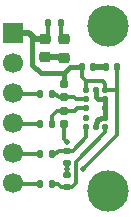
<source format=gbr>
%TF.GenerationSoftware,KiCad,Pcbnew,9.0.4*%
%TF.CreationDate,2025-09-17T09:18:14+02:00*%
%TF.ProjectId,vl53l0_breakout,766c3533-6c30-45f6-9272-65616b6f7574,rev?*%
%TF.SameCoordinates,Original*%
%TF.FileFunction,Copper,L1,Top*%
%TF.FilePolarity,Positive*%
%FSLAX46Y46*%
G04 Gerber Fmt 4.6, Leading zero omitted, Abs format (unit mm)*
G04 Created by KiCad (PCBNEW 9.0.4) date 2025-09-17 09:18:14*
%MOMM*%
%LPD*%
G01*
G04 APERTURE LIST*
G04 Aperture macros list*
%AMRoundRect*
0 Rectangle with rounded corners*
0 $1 Rounding radius*
0 $2 $3 $4 $5 $6 $7 $8 $9 X,Y pos of 4 corners*
0 Add a 4 corners polygon primitive as box body*
4,1,4,$2,$3,$4,$5,$6,$7,$8,$9,$2,$3,0*
0 Add four circle primitives for the rounded corners*
1,1,$1+$1,$2,$3*
1,1,$1+$1,$4,$5*
1,1,$1+$1,$6,$7*
1,1,$1+$1,$8,$9*
0 Add four rect primitives between the rounded corners*
20,1,$1+$1,$2,$3,$4,$5,0*
20,1,$1+$1,$4,$5,$6,$7,0*
20,1,$1+$1,$6,$7,$8,$9,0*
20,1,$1+$1,$8,$9,$2,$3,0*%
G04 Aperture macros list end*
%TA.AperFunction,SMDPad,CuDef*%
%ADD10RoundRect,0.140000X0.140000X0.170000X-0.140000X0.170000X-0.140000X-0.170000X0.140000X-0.170000X0*%
%TD*%
%TA.AperFunction,SMDPad,CuDef*%
%ADD11RoundRect,0.135000X-0.135000X-0.185000X0.135000X-0.185000X0.135000X0.185000X-0.135000X0.185000X0*%
%TD*%
%TA.AperFunction,ComponentPad*%
%ADD12R,1.700000X1.700000*%
%TD*%
%TA.AperFunction,ComponentPad*%
%ADD13C,1.700000*%
%TD*%
%TA.AperFunction,ComponentPad*%
%ADD14C,3.500000*%
%TD*%
%TA.AperFunction,SMDPad,CuDef*%
%ADD15RoundRect,0.155000X0.155000X-0.212500X0.155000X0.212500X-0.155000X0.212500X-0.155000X-0.212500X0*%
%TD*%
%TA.AperFunction,SMDPad,CuDef*%
%ADD16RoundRect,0.140000X-0.140000X-0.170000X0.140000X-0.170000X0.140000X0.170000X-0.140000X0.170000X0*%
%TD*%
%TA.AperFunction,SMDPad,CuDef*%
%ADD17RoundRect,0.218750X0.256250X-0.218750X0.256250X0.218750X-0.256250X0.218750X-0.256250X-0.218750X0*%
%TD*%
%TA.AperFunction,SMDPad,CuDef*%
%ADD18RoundRect,0.135000X0.185000X-0.135000X0.185000X0.135000X-0.185000X0.135000X-0.185000X-0.135000X0*%
%TD*%
%TA.AperFunction,SMDPad,CuDef*%
%ADD19RoundRect,0.135000X-0.185000X0.135000X-0.185000X-0.135000X0.185000X-0.135000X0.185000X0.135000X0*%
%TD*%
%TA.AperFunction,SMDPad,CuDef*%
%ADD20RoundRect,0.155000X-0.155000X0.212500X-0.155000X-0.212500X0.155000X-0.212500X0.155000X0.212500X0*%
%TD*%
%TA.AperFunction,SMDPad,CuDef*%
%ADD21RoundRect,0.225000X-0.250000X0.225000X-0.250000X-0.225000X0.250000X-0.225000X0.250000X0.225000X0*%
%TD*%
%TA.AperFunction,SMDPad,CuDef*%
%ADD22RoundRect,0.062500X-0.062500X0.127500X-0.062500X-0.127500X0.062500X-0.127500X0.062500X0.127500X0*%
%TD*%
%TA.AperFunction,SMDPad,CuDef*%
%ADD23RoundRect,0.125000X-0.125000X0.125000X-0.125000X-0.125000X0.125000X-0.125000X0.125000X0.125000X0*%
%TD*%
%TA.AperFunction,ViaPad*%
%ADD24C,0.500000*%
%TD*%
%TA.AperFunction,Conductor*%
%ADD25C,0.300000*%
%TD*%
%TA.AperFunction,Conductor*%
%ADD26C,0.500000*%
%TD*%
%TA.AperFunction,Conductor*%
%ADD27C,0.400000*%
%TD*%
G04 APERTURE END LIST*
D10*
%TO.P,C2,1*%
%TO.N,+3.3V*%
X151780000Y-70500000D03*
%TO.P,C2,2*%
%TO.N,GND*%
X150820000Y-70500000D03*
%TD*%
D11*
%TO.P,R5,1*%
%TO.N,/GPIO1*%
X145238000Y-77818000D03*
%TO.P,R5,2*%
%TO.N,/TOF_GPIO1*%
X146258000Y-77818000D03*
%TD*%
D12*
%TO.P,J1,1,Pin_1*%
%TO.N,+3.3V*%
X143000000Y-67650000D03*
D13*
%TO.P,J1,2,Pin_2*%
%TO.N,GND*%
X143000000Y-70190000D03*
%TO.P,J1,3,Pin_3*%
%TO.N,/I2C_SCL*%
X143000000Y-72730000D03*
%TO.P,J1,4,Pin_4*%
%TO.N,/I2C_SDA*%
X143000000Y-75270000D03*
%TO.P,J1,5,Pin_5*%
%TO.N,/GPIO1*%
X143000000Y-77810000D03*
%TO.P,J1,6,Pin_6*%
%TO.N,/XSHUT*%
X143000000Y-80350000D03*
%TD*%
D11*
%TO.P,R3,1*%
%TO.N,/I2C_SCL*%
X145238000Y-72738000D03*
%TO.P,R3,2*%
%TO.N,/TOF_I2C_SCL*%
X146258000Y-72738000D03*
%TD*%
D14*
%TO.P,H1,1,1*%
%TO.N,GND*%
X151000000Y-67000000D03*
%TD*%
D11*
%TO.P,R2,1*%
%TO.N,+3.3V*%
X145990000Y-66800000D03*
%TO.P,R2,2*%
%TO.N,/LEDK*%
X147010000Y-66800000D03*
%TD*%
D15*
%TO.P,R9,1*%
%TO.N,+3.3V*%
X147272000Y-75337500D03*
%TO.P,R9,2*%
%TO.N,/TOF_I2C_SDA*%
X147272000Y-74202500D03*
%TD*%
D11*
%TO.P,R4,1*%
%TO.N,/I2C_SDA*%
X145238000Y-75278000D03*
%TO.P,R4,2*%
%TO.N,/TOF_I2C_SDA*%
X146258000Y-75278000D03*
%TD*%
D14*
%TO.P,H2,1,1*%
%TO.N,GND*%
X151000000Y-81000000D03*
%TD*%
D16*
%TO.P,C1,1*%
%TO.N,+3.3V*%
X148820000Y-70500000D03*
%TO.P,C1,2*%
%TO.N,GND*%
X149780000Y-70500000D03*
%TD*%
D17*
%TO.P,D2,1,K*%
%TO.N,GND*%
X147300000Y-69687500D03*
%TO.P,D2,2,A*%
%TO.N,/LEDK*%
X147300000Y-68112500D03*
%TD*%
D18*
%TO.P,R1,1*%
%TO.N,+3.3V*%
X147526000Y-78582000D03*
%TO.P,R1,2*%
%TO.N,/TOF_GPIO1*%
X147526000Y-77562000D03*
%TD*%
D19*
%TO.P,R7,1*%
%TO.N,+3.3V*%
X147526000Y-79594000D03*
%TO.P,R7,2*%
%TO.N,/TOF_XSHUT*%
X147526000Y-80614000D03*
%TD*%
D20*
%TO.P,R8,1*%
%TO.N,+3.3V*%
X147272000Y-71916500D03*
%TO.P,R8,2*%
%TO.N,/TOF_I2C_SCL*%
X147272000Y-73051500D03*
%TD*%
D11*
%TO.P,R6,1*%
%TO.N,/XSHUT*%
X145238000Y-80358000D03*
%TO.P,R6,2*%
%TO.N,/TOF_XSHUT*%
X146258000Y-80358000D03*
%TD*%
D21*
%TO.P,C3,1*%
%TO.N,+3.3V*%
X145700000Y-68125000D03*
%TO.P,C3,2*%
%TO.N,GND*%
X145700000Y-69675000D03*
%TD*%
D22*
%TO.P,U1,1,AVDDVCSEL*%
%TO.N,+3.3V*%
X150675000Y-72260000D03*
D23*
X150800000Y-72400000D03*
%TO.P,U1,2,AVSSVCSEL*%
%TO.N,GND*%
X150800000Y-73200000D03*
%TO.P,U1,3,GND*%
X150800000Y-74000000D03*
%TO.P,U1,4,GND*%
X150800000Y-74800000D03*
%TO.P,U1,5,XSHUT*%
%TO.N,/TOF_XSHUT*%
X150800000Y-75600000D03*
%TO.P,U1,6,GND*%
%TO.N,GND*%
X150000000Y-75600000D03*
%TO.P,U1,7,GPIO1*%
%TO.N,/TOF_GPIO1*%
X149200000Y-75600000D03*
%TO.P,U1,8,DNC*%
%TO.N,unconnected-(U1-DNC-Pad8)*%
X149200000Y-74800000D03*
%TO.P,U1,9,SDA*%
%TO.N,/TOF_I2C_SDA*%
X149200000Y-74000000D03*
%TO.P,U1,10,SCL*%
%TO.N,/TOF_I2C_SCL*%
X149200000Y-73200000D03*
%TO.P,U1,11,AVDD*%
%TO.N,+3.3V*%
X149200000Y-72400000D03*
%TO.P,U1,12,GND*%
%TO.N,GND*%
X150000000Y-72400000D03*
%TD*%
D24*
%TO.N,GND*%
X146500000Y-69675000D03*
X150100000Y-73100000D03*
X150300000Y-70500000D03*
X150200000Y-75000000D03*
%TO.N,+3.3V*%
X148900000Y-79100000D03*
X147530829Y-76842000D03*
X147526000Y-79100000D03*
%TD*%
D25*
%TO.N,/I2C_SCL*%
X145238000Y-72738000D02*
X143008000Y-72738000D01*
X143008000Y-72738000D02*
X143000000Y-72730000D01*
%TO.N,/XSHUT*%
X145238000Y-80358000D02*
X143008000Y-80358000D01*
X143008000Y-80358000D02*
X143000000Y-80350000D01*
D26*
%TO.N,GND*%
X147287500Y-69675000D02*
X147300000Y-69687500D01*
D27*
X150000000Y-73000000D02*
X150000000Y-72400000D01*
X150800000Y-73200000D02*
X150800000Y-74800000D01*
X150200000Y-73200000D02*
X150100000Y-73100000D01*
D26*
X149780000Y-70500000D02*
X150820000Y-70500000D01*
D27*
X150200000Y-75000000D02*
X150000000Y-75200000D01*
X150100000Y-73100000D02*
X150000000Y-73000000D01*
X150400000Y-74800000D02*
X150200000Y-75000000D01*
X150800000Y-74800000D02*
X150400000Y-74800000D01*
D26*
X145700000Y-69675000D02*
X147287500Y-69675000D01*
D27*
X150000000Y-75200000D02*
X150000000Y-75600000D01*
X150800000Y-73200000D02*
X150200000Y-73200000D01*
D25*
%TO.N,/GPIO1*%
X143008000Y-77818000D02*
X143000000Y-77810000D01*
X145238000Y-77818000D02*
X143008000Y-77818000D01*
D27*
%TO.N,+3.3V*%
X147800000Y-70500000D02*
X148820000Y-70500000D01*
D25*
X148820000Y-71300000D02*
X149200000Y-71680000D01*
X145990000Y-66800000D02*
X145990000Y-67835000D01*
X147300000Y-75365500D02*
X147272000Y-75337500D01*
D27*
X144600000Y-67900000D02*
X144600000Y-70300000D01*
D25*
X151780000Y-72500000D02*
X151780000Y-70700000D01*
X147526000Y-79100000D02*
X147526000Y-79594000D01*
X150800000Y-72400000D02*
X151680000Y-72400000D01*
X147530829Y-76842000D02*
X147300000Y-76611171D01*
X145990000Y-67835000D02*
X145700000Y-68125000D01*
D26*
X144350000Y-67650000D02*
X143000000Y-67650000D01*
D27*
X147272000Y-71028000D02*
X147800000Y-70500000D01*
D25*
X149200000Y-71680000D02*
X149200000Y-72400000D01*
X147526000Y-78582000D02*
X147526000Y-79100000D01*
D27*
X145328000Y-71028000D02*
X147272000Y-71028000D01*
D25*
X151680000Y-72400000D02*
X151780000Y-72500000D01*
X148820000Y-70700000D02*
X148820000Y-71300000D01*
D26*
X144600000Y-67900000D02*
X144350000Y-67650000D01*
D25*
X150800000Y-71900000D02*
X150580000Y-71680000D01*
X150800000Y-72400000D02*
X150800000Y-71900000D01*
X147300000Y-76611171D02*
X147300000Y-75365500D01*
X151780000Y-76220000D02*
X151780000Y-72500000D01*
X150580000Y-71680000D02*
X149200000Y-71680000D01*
D27*
X144600000Y-70300000D02*
X145328000Y-71028000D01*
X147272000Y-71028000D02*
X147272000Y-71916500D01*
D26*
X144825000Y-68125000D02*
X144600000Y-67900000D01*
D25*
X148900000Y-79100000D02*
X151780000Y-76220000D01*
D26*
X145700000Y-68125000D02*
X144825000Y-68125000D01*
D25*
%TO.N,/I2C_SDA*%
X145238000Y-75278000D02*
X143008000Y-75278000D01*
X143008000Y-75278000D02*
X143000000Y-75270000D01*
%TO.N,/LEDK*%
X147010000Y-67822500D02*
X147300000Y-68112500D01*
X147010000Y-66800000D02*
X147010000Y-67822500D01*
%TO.N,/TOF_GPIO1*%
X149200000Y-75600000D02*
X149200000Y-76400000D01*
X146582000Y-77818000D02*
X146838000Y-77562000D01*
X148038000Y-77562000D02*
X147526000Y-77562000D01*
X146838000Y-77562000D02*
X147526000Y-77562000D01*
X146258000Y-77818000D02*
X146582000Y-77818000D01*
X149200000Y-76400000D02*
X148038000Y-77562000D01*
%TO.N,/TOF_I2C_SCL*%
X146538000Y-72738000D02*
X146258000Y-72738000D01*
X148151500Y-73051500D02*
X147272000Y-73051500D01*
X146851500Y-73051500D02*
X146538000Y-72738000D01*
X148300000Y-73200000D02*
X148151500Y-73051500D01*
X149200000Y-73200000D02*
X148300000Y-73200000D01*
X147272000Y-73051500D02*
X146851500Y-73051500D01*
%TO.N,/TOF_I2C_SDA*%
X148405000Y-74000000D02*
X148202500Y-74202500D01*
X146258000Y-74642000D02*
X146258000Y-75278000D01*
X149200000Y-74000000D02*
X148405000Y-74000000D01*
X147272000Y-74202500D02*
X146697500Y-74202500D01*
X146697500Y-74202500D02*
X146258000Y-74642000D01*
X148202500Y-74202500D02*
X147272000Y-74202500D01*
%TO.N,/TOF_XSHUT*%
X148300000Y-80300000D02*
X148300000Y-78500000D01*
X147986000Y-80614000D02*
X148300000Y-80300000D01*
X148300000Y-78500000D02*
X150800000Y-76000000D01*
X150800000Y-76000000D02*
X150800000Y-75600000D01*
X146758000Y-80358000D02*
X146258000Y-80358000D01*
X147526000Y-80614000D02*
X147986000Y-80614000D01*
X147014000Y-80614000D02*
X146758000Y-80358000D01*
X147526000Y-80614000D02*
X147014000Y-80614000D01*
%TD*%
M02*

</source>
